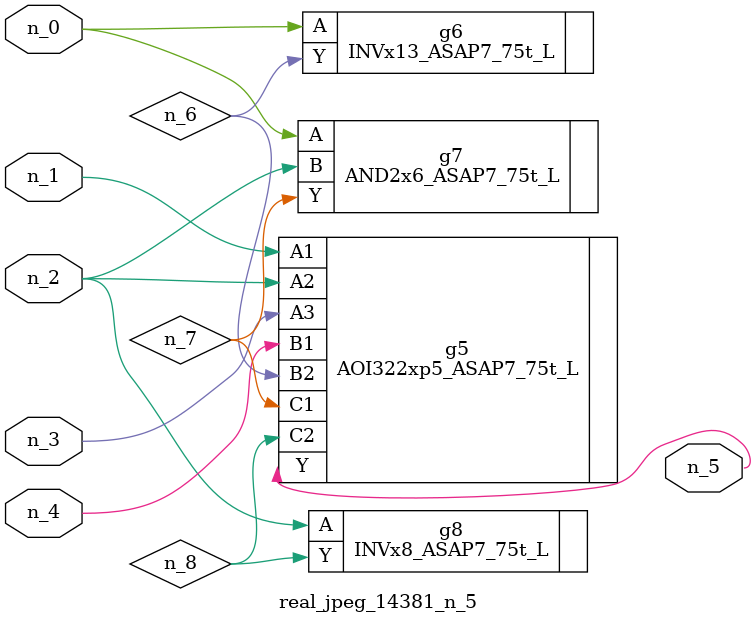
<source format=v>
module real_jpeg_14381_n_5 (n_4, n_0, n_1, n_2, n_3, n_5);

input n_4;
input n_0;
input n_1;
input n_2;
input n_3;

output n_5;

wire n_8;
wire n_6;
wire n_7;

INVx13_ASAP7_75t_L g6 ( 
.A(n_0),
.Y(n_6)
);

AND2x6_ASAP7_75t_L g7 ( 
.A(n_0),
.B(n_2),
.Y(n_7)
);

AOI322xp5_ASAP7_75t_L g5 ( 
.A1(n_1),
.A2(n_2),
.A3(n_3),
.B1(n_4),
.B2(n_6),
.C1(n_7),
.C2(n_8),
.Y(n_5)
);

INVx8_ASAP7_75t_L g8 ( 
.A(n_2),
.Y(n_8)
);


endmodule
</source>
